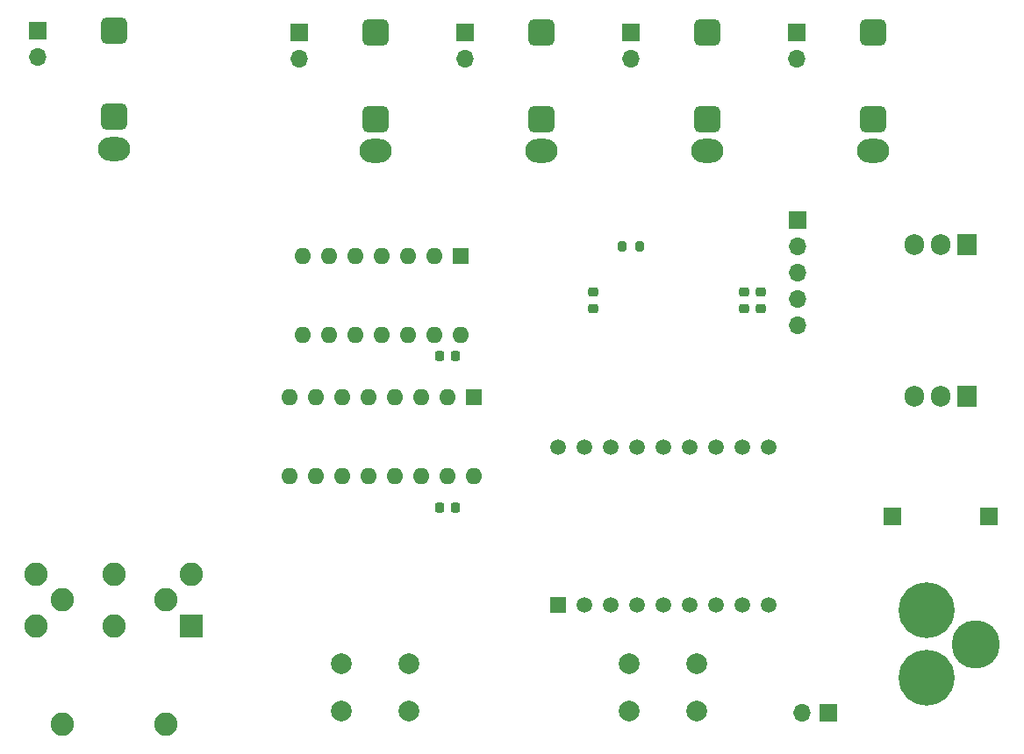
<source format=gbr>
%TF.GenerationSoftware,KiCad,Pcbnew,7.0.7*%
%TF.CreationDate,2023-11-07T21:09:30+00:00*%
%TF.ProjectId,clock_divider,636c6f63-6b5f-4646-9976-696465722e6b,rev?*%
%TF.SameCoordinates,Original*%
%TF.FileFunction,Soldermask,Bot*%
%TF.FilePolarity,Negative*%
%FSLAX46Y46*%
G04 Gerber Fmt 4.6, Leading zero omitted, Abs format (unit mm)*
G04 Created by KiCad (PCBNEW 7.0.7) date 2023-11-07 21:09:30*
%MOMM*%
%LPD*%
G01*
G04 APERTURE LIST*
G04 Aperture macros list*
%AMRoundRect*
0 Rectangle with rounded corners*
0 $1 Rounding radius*
0 $2 $3 $4 $5 $6 $7 $8 $9 X,Y pos of 4 corners*
0 Add a 4 corners polygon primitive as box body*
4,1,4,$2,$3,$4,$5,$6,$7,$8,$9,$2,$3,0*
0 Add four circle primitives for the rounded corners*
1,1,$1+$1,$2,$3*
1,1,$1+$1,$4,$5*
1,1,$1+$1,$6,$7*
1,1,$1+$1,$8,$9*
0 Add four rect primitives between the rounded corners*
20,1,$1+$1,$2,$3,$4,$5,0*
20,1,$1+$1,$4,$5,$6,$7,0*
20,1,$1+$1,$6,$7,$8,$9,0*
20,1,$1+$1,$8,$9,$2,$3,0*%
G04 Aperture macros list end*
%ADD10C,1.500000*%
%ADD11R,1.500000X1.500000*%
%ADD12R,1.700000X1.700000*%
%ADD13O,1.700000X1.700000*%
%ADD14RoundRect,0.650000X-0.650000X-0.650000X0.650000X-0.650000X0.650000X0.650000X-0.650000X0.650000X0*%
%ADD15O,3.100000X2.300000*%
%ADD16C,2.000000*%
%ADD17R,1.600000X1.600000*%
%ADD18O,1.600000X1.600000*%
%ADD19O,1.905000X2.000000*%
%ADD20R,1.905000X2.000000*%
%ADD21RoundRect,0.225000X-0.250000X0.225000X-0.250000X-0.225000X0.250000X-0.225000X0.250000X0.225000X0*%
%ADD22RoundRect,0.225000X0.225000X0.250000X-0.225000X0.250000X-0.225000X-0.250000X0.225000X-0.250000X0*%
%ADD23C,4.650000*%
%ADD24C,5.385000*%
%ADD25RoundRect,0.200000X-0.200000X-0.275000X0.200000X-0.275000X0.200000X0.275000X-0.200000X0.275000X0*%
%ADD26R,2.250000X2.250000*%
%ADD27C,2.250000*%
G04 APERTURE END LIST*
D10*
%TO.C,U6*%
X144870000Y-85140000D03*
X147410000Y-85140000D03*
X149950000Y-85140000D03*
X152490000Y-85140000D03*
X155030000Y-85140000D03*
X157570000Y-85140000D03*
X160110000Y-85140000D03*
X162650000Y-85140000D03*
X165190000Y-85140000D03*
X165190000Y-100380000D03*
X162650000Y-100380000D03*
X160110000Y-100380000D03*
X157570000Y-100380000D03*
X155030000Y-100380000D03*
X152490000Y-100380000D03*
X149950000Y-100380000D03*
X147410000Y-100380000D03*
D11*
X144870000Y-100380000D03*
%TD*%
D12*
%TO.C,J16*%
X94620000Y-44992500D03*
D13*
X94620000Y-47532500D03*
%TD*%
D12*
%TO.C,J15*%
X167920000Y-45170000D03*
D13*
X167920000Y-47710000D03*
%TD*%
D12*
%TO.C,J14*%
X151920000Y-45170000D03*
D13*
X151920000Y-47710000D03*
%TD*%
D12*
%TO.C,J13*%
X135920000Y-45170000D03*
D13*
X135920000Y-47710000D03*
%TD*%
D12*
%TO.C,J12*%
X119920000Y-45170000D03*
D13*
X119920000Y-47710000D03*
%TD*%
D14*
%TO.C,J10*%
X175300000Y-53470000D03*
X175300000Y-45170000D03*
D15*
X175300000Y-56570000D03*
%TD*%
D16*
%TO.C,SW1*%
X130490000Y-110620000D03*
X123990000Y-110620000D03*
X130490000Y-106120000D03*
X123990000Y-106120000D03*
%TD*%
D17*
%TO.C,U4*%
X135485000Y-66730000D03*
D18*
X132945000Y-66730000D03*
X130405000Y-66730000D03*
X127865000Y-66730000D03*
X125325000Y-66730000D03*
X122785000Y-66730000D03*
X120245000Y-66730000D03*
X120245000Y-74350000D03*
X122785000Y-74350000D03*
X125325000Y-74350000D03*
X127865000Y-74350000D03*
X130405000Y-74350000D03*
X132945000Y-74350000D03*
X135485000Y-74350000D03*
%TD*%
D19*
%TO.C,U2*%
X179250000Y-80230000D03*
X181790000Y-80230000D03*
D20*
X184330000Y-80230000D03*
%TD*%
D21*
%TO.C,C3*%
X162840000Y-70225000D03*
X162840000Y-71775000D03*
%TD*%
D12*
%TO.C,J1*%
X177110000Y-91870000D03*
%TD*%
D14*
%TO.C,J7*%
X127300000Y-53470000D03*
X127300000Y-45170000D03*
D15*
X127300000Y-56570000D03*
%TD*%
D21*
%TO.C,C6*%
X164420000Y-70225000D03*
X164420000Y-71775000D03*
%TD*%
D14*
%TO.C,J6*%
X102000000Y-53292500D03*
X102000000Y-44992500D03*
D15*
X102000000Y-56392500D03*
%TD*%
D21*
%TO.C,C8*%
X148270000Y-70225000D03*
X148270000Y-71775000D03*
%TD*%
D16*
%TO.C,SW2*%
X158210000Y-110620000D03*
X151710000Y-110620000D03*
X158210000Y-106120000D03*
X151710000Y-106120000D03*
%TD*%
D22*
%TO.C,C2*%
X134975000Y-90990000D03*
X133425000Y-90990000D03*
%TD*%
D23*
%TO.C,J3*%
X185197500Y-104226000D03*
D24*
X180397500Y-107426000D03*
X180397500Y-100926000D03*
%TD*%
D12*
%TO.C,J2*%
X186450000Y-91870000D03*
%TD*%
D22*
%TO.C,C1*%
X134955000Y-76380000D03*
X133405000Y-76380000D03*
%TD*%
D12*
%TO.C,J5*%
X170940000Y-110870000D03*
D13*
X168400000Y-110870000D03*
%TD*%
D15*
%TO.C,J9*%
X159300000Y-56570000D03*
D14*
X159300000Y-45170000D03*
X159300000Y-53470000D03*
%TD*%
D20*
%TO.C,U3*%
X184330000Y-65660000D03*
D19*
X181790000Y-65660000D03*
X179250000Y-65660000D03*
%TD*%
D12*
%TO.C,J11*%
X168020000Y-63250000D03*
D13*
X168020000Y-65790000D03*
X168020000Y-68330000D03*
X168020000Y-70870000D03*
X168020000Y-73410000D03*
%TD*%
D14*
%TO.C,J8*%
X143300000Y-53470000D03*
X143300000Y-45170000D03*
D15*
X143300000Y-56570000D03*
%TD*%
D17*
%TO.C,U7*%
X136755000Y-80360000D03*
D18*
X134215000Y-80360000D03*
X131675000Y-80360000D03*
X129135000Y-80360000D03*
X126595000Y-80360000D03*
X124055000Y-80360000D03*
X121515000Y-80360000D03*
X118975000Y-80360000D03*
X118975000Y-87980000D03*
X121515000Y-87980000D03*
X124055000Y-87980000D03*
X126595000Y-87980000D03*
X129135000Y-87980000D03*
X131675000Y-87980000D03*
X134215000Y-87980000D03*
X136755000Y-87980000D03*
%TD*%
D25*
%TO.C,R10*%
X151065000Y-65750000D03*
X152715000Y-65750000D03*
%TD*%
D26*
%TO.C,J4*%
X109500000Y-102450000D03*
D27*
X102000000Y-102450000D03*
X94500000Y-102450000D03*
X107000000Y-99950000D03*
X97000000Y-99950000D03*
X109500000Y-97450000D03*
X94500000Y-97450000D03*
X102000000Y-97450000D03*
X107000000Y-111950000D03*
X97000000Y-111950000D03*
%TD*%
M02*

</source>
